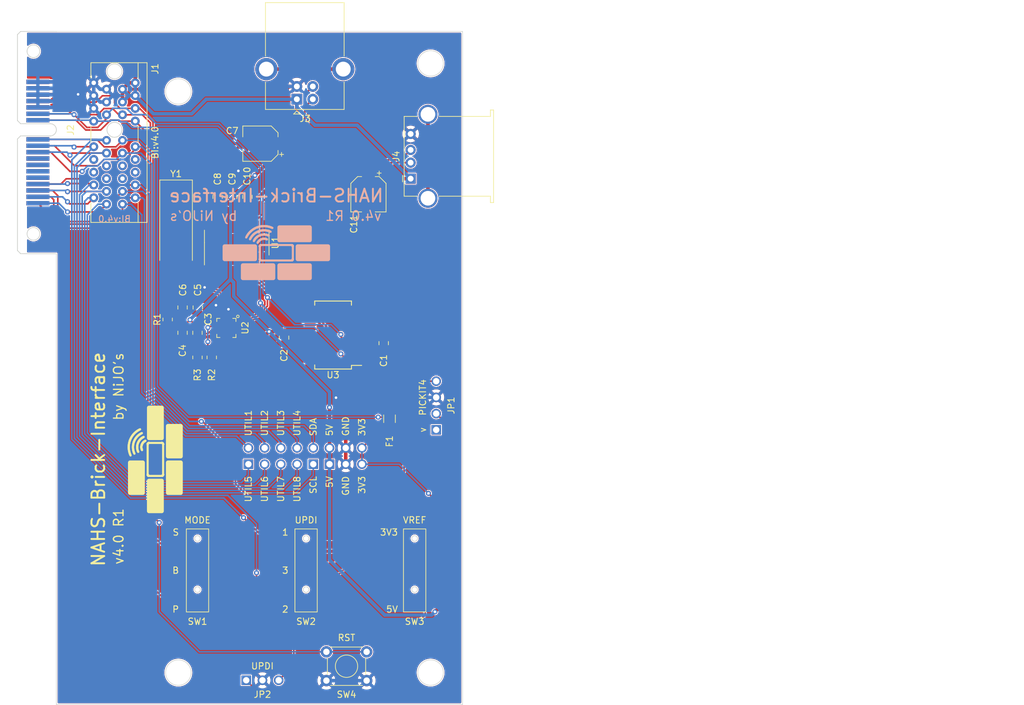
<source format=kicad_pcb>
(kicad_pcb (version 20211014) (generator pcbnew)
  (layers (0 "F.Cu" signal) (31 "B.Cu" signal) (34 "B.Paste" user) (35 "F.Paste" user) (36 "B.SilkS" user "B.Silkscreen") (37 "F.SilkS" user "F.Silkscreen") (38 "B.Mask" user) (39 "F.Mask" user) (44 "Edge.Cuts" user))
  (net 0 "")
  (net 1 "GND")
  (net 2 "Net-(C1-Pad2)")
  (net 3 "+5V")
  (net 4 "Net-(C5-Pad2)")
  (net 5 "Net-(C8-Pad1)")
  (net 6 "Net-(C9-Pad1)")
  (net 7 "+3V3")
  (net 8 "3V3_IN")
  (net 9 "UTIL5")
  (net 10 "UTIL6")
  (net 11 "UTIL7")
  (net 12 "UTIL8")
  (net 13 "SCL")
  (net 14 "UPDI2")
  (net 15 "UPDI1")
  (net 16 "RXD")
  (net 17 "TXD")
  (net 18 "UTIL1")
  (net 19 "UTIL2")
  (net 20 "UTIL3")
  (net 21 "UTIL4")
  (net 22 "SDA")
  (net 23 "UPDI3")
  (net 24 "PROG")
  (net 25 "SETUP")
  (net 26 "RST")
  (net 27 "D-")
  (net 28 "D+")
  (net 29 "unconnected-(J3-Pad5)")
  (net 30 "D-1")
  (net 31 "D+1")
  (net 32 "unconnected-(J4-Pad5)")
  (net 34 "UPDI_TV")
  (net 35 "UPDI")
  (net 36 "Net-(R1-Pad2)")
  (net 37 "Net-(R2-Pad2)")
  (net 48 "D-4")
  (net 49 "D+4")
  (net 50 "D-3")
  (net 51 "D+3")
  (net 52 "D-2")
  (net 53 "D+2")
  (net 54 "Net-(U1-Pad15)")
  (net 55 "Net-(U1-Pad16)")
  (footprint "Connector_USB:USB_A_Stewart_SS-52100-001_Horizontal" (layer "F.Cu") (at 166.3744 57.6528 90)
    (fp_text reference "J4")
    (fp_text value "TE_292303-1" hide)
  )
  (footprint "no_brick_interface:Brick_Interface_V4_iside_straddle" (layer "F.Cu") (at 108 50 90)
    (fp_text reference "J2")
    (fp_text value "Brick-Interface-V4")
    (fp_line (start -1.45 -3.2) (end -18.9 -3.2) (layer "Edge.Cuts") (width 0.12))
    (fp_line (start 15.4 -2.7) (end 15.4 2.9) (layer "Edge.Cuts") (width 0.12))
    (fp_line (start -0.95 -2.7) (end -0.95 1.95) (layer "Edge.Cuts") (width 0.12))
    (fp_line (start 1.45 -3.2) (end 14.9 -3.2) (layer "Edge.Cuts") (width 0.12))
    (fp_line (start 0.95 -2.7) (end 1.45 -3.2) (layer "Edge.Cuts") (width 0.12))
    (fp_line (start -18.9 -3.2) (end -19.4 -2.7) (layer "Edge.Cuts") (width 0.12))
    (fp_line (start 14.9 -3.2) (end 15.4 -2.7) (layer "Edge.Cuts") (width 0.12))
    (fp_line (start -19.4 -2.7) (end -19.4 2.9) (layer "Edge.Cuts") (width 0.12))
    (fp_line (start 0.95 1.95) (end 0.95 -2.7) (layer "Edge.Cuts") (width 0.12))
    (fp_line (start -1.45 -3.2) (end -0.95 -2.7) (layer "Edge.Cuts") (width 0.12))
    (fp_arc (start 0.95 1.95) (mid 0 2.9) (end -0.95 1.95) (layer "Edge.Cuts") (width 0.12))
    (fp_circle (center -16.3 -0.69) (end -15.3 -0.69) (layer "Edge.Cuts") (width 0.12) (fill none))
    (fp_circle (center 12.3 -0.69) (end 13.3 -0.69) (layer "Edge.Cuts") (width 0.12) (fill none))
  )
  (footprint "no_common:K3-2336S-F1" (layer "F.Cu") (at 167 119 90)
    (fp_text reference "SW3")
    (fp_text value "K3-2336S-F1" hide)
    (fp_circle (center -3 0) (end -2.55 0) (layer "Edge.Cuts") (width 0.12) (fill none))
    (fp_circle (center 5 0) (end 5.45 0) (layer "Edge.Cuts") (width 0.12) (fill none))
  )
  (footprint "Resistor_SMD:R_0805_2012Metric" (layer "F.Cu") (at 128.3208 79.7052 -90)
    (fp_text reference "R1")
    (fp_text value "1k" hide)
  )
  (footprint "no_brick_logo:x17mm" (layer "F.Cu") (at 126.3 101.6 90)
    (fp_text reference "LOGOF" hide)
    (fp_text value "x17mm" hide)
  )
  (footprint "Capacitor_SMD:CP_Elec_5x5.4" (layer "F.Cu") (at 159.766 60.0964 -90)
    (fp_text reference "C11")
    (fp_text value "100µF/16V" hide)
  )
  (footprint "no_common:QFN20" (layer "F.Cu") (at 137.5156 81.026 -90)
    (fp_text reference "U2")
    (fp_text value "CP2102N-A02-GQFN20R" hide)
  )
  (footprint "no_pinhd:PINHD_2X03_2.54_1mm_Round" (layer "F.Cu") (at 156.21 101.092)
    (property "Reference" "JP3")
    (property "Value" "PINHD_2X03")
    (fp_text reference "JP3" hide)
    (fp_text value "PINHD_2X03" hide)
  )
  (footprint "Capacitor_SMD:C_0805_2012Metric" (layer "F.Cu") (at 162.1536 83.4136 -90)
    (fp_text reference "C1")
    (fp_text value "100nF" hide)
  )
  (footprint "Fiducial:Fiducial_1mm_Mask2mm" (layer "F.Cu") (at 164.5 39.6)
    (fp_text reference "FID1" hide)
    (fp_text value "Fiducial_1mm_Mask2mm" hide)
  )
  (footprint "no_common:Taster_3301" (layer "F.Cu") (at 156.335 134)
    (fp_text reference "SW4")
    (fp_text value "Taster_3301" hide)
  )
  (footprint "Capacitor_SMD:C_0805_2012Metric" (layer "F.Cu") (at 146.558 82.55 90)
    (fp_text reference "C2")
    (fp_text value "100nF" hide)
  )
  (footprint "Capacitor_SMD:C_0805_2012Metric" (layer "F.Cu") (at 138.43 60.5028 90)
    (fp_text reference "C9")
    (fp_text value "10µF" hide)
  )
  (footprint "no_pinhd:PINHD_2X04_2.54_1mm_Round" (layer "F.Cu") (at 144.78 101.092)
    (property "Reference" "JP5")
    (property "Value" "PINHD_2X04")
    (fp_text reference "JP5" hide)
    (fp_text value "PINHD_2X04" hide)
  )
  (footprint "Fiducial:Fiducial_1mm_Mask2mm" (layer "F.Cu") (at 164.5 135)
    (fp_text reference "FID2" hide)
    (fp_text value "Fiducial_1mm_Mask2mm" hide)
  )
  (footprint "Capacitor_SMD:C_0805_2012Metric" (layer "F.Cu") (at 130.6576 77.8256 -90)
    (fp_text reference "C6")
    (fp_text value "4.7µF" hide)
  )
  (footprint "no_pinhd:PINHD_1X03_2.54_1mm_Round" (layer "F.Cu") (at 143.17 136.2)
    (property "Reference" "JP2")
    (property "Value" "PINHD_1X03")
    (fp_text reference "JP2")
    (fp_text value "PINHD_1X03" hide)
  )
  (footprint "Capacitor_SMD:C_0805_2012Metric" (layer "F.Cu") (at 136.144 60.5028 90)
    (fp_text reference "C8")
    (fp_text value "10µF" hide)
  )
  (footprint "Capacitor_SMD:C_0805_2012Metric" (layer "F.Cu") (at 140.8176 60.5028 90)
    (fp_text reference "C10")
    (fp_text value "10µF" hide)
  )
  (footprint "no_brick_interface:Brick_Interface_V4_iside" (layer "F.Cu") (at 120 50 90)
    (fp_text reference "J1")
    (fp_text value "Brick-Interface-V4" hide)
    (fp_circle (center 9.15 0) (end 10.325 0) (layer "Edge.Cuts") (width 0.12) (fill none))
    (fp_circle (center 0 0) (end 1.175 0) (layer "Edge.Cuts") (width 0.12) (fill none))
  )
  (footprint "Resistor_SMD:R_0805_2012Metric" (layer "F.Cu") (at 135.2296 85.6488 90)
    (fp_text reference "R2")
    (fp_text value "22k1" hide)
  )
  (footprint "no_common:K3-2336S-F1" (layer "F.Cu") (at 133 119 90)
    (fp_text reference "SW1")
    (fp_text value "K3-2336S-F1" hide)
    (fp_circle (center -3 0) (end -2.55 0) (layer "Edge.Cuts") (width 0.12) (fill none))
    (fp_circle (center 5 0) (end 5.45 0) (layer "Edge.Cuts") (width 0.12) (fill none))
  )
  (footprint "Capacitor_SMD:CP_Elec_5x5.4" (layer "F.Cu") (at 142.8496 52.1716 180)
    (fp_text reference "C7")
    (fp_text value "100µF/16V" hide)
  )
  (footprint "no_pinhd:PINHD_1X02_2.54_1mm_Round" (layer "F.Cu") (at 151.13 101.092 90)
    (property "Reference" "JP4")
    (property "Value" "PINHD_1x02")
    (fp_text reference "JP4" hide)
    (fp_text value "PINHD_1x02" hide)
  )
  (footprint "Capacitor_SMD:C_0805_2012Metric" (layer "F.Cu") (at 130.6576 81.788 90)
    (fp_text reference "C4")
    (fp_text value "4.7µF" hide)
  )
  (footprint "Crystal:Crystal_SMD_HC49-SD" (layer "F.Cu") (at 129.6416 64.5668 -90)
    (fp_text reference "Y1")
    (fp_text value "12MHz" hide)
  )
  (footprint "Package_SO:SOP-16_3.9x9.9mm_P1.27mm" (layer "F.Cu") (at 139.1412 67.6656 90)
    (fp_text reference "U1")
    (fp_text value "SL2.1A" hide)
  )
  (footprint "no_common:K3-2336S-F1" (layer "F.Cu") (at 150 119 90)
    (fp_text reference "SW2")
    (fp_text value "K3-2336S-F1" hide)
    (fp_circle (center -3 0) (end -2.55 0) (layer "Edge.Cuts") (width 0.12) (fill none))
    (fp_circle (center 5 0) (end 5.45 0) (layer "Edge.Cuts") (width 0.12) (fill none))
  )
  (footprint "Connector_USB:USB_B_OST_USB-B1HSxx_Horizontal" (layer "F.Cu") (at 148.5532 45.212 90)
    (fp_text reference "J3")
    (fp_text value "TE_292304-1" hide)
  )
  (footprint "Fuse:Fuse_1206_3216Metric" (layer "F.Cu") (at 163.068 95.25 90)
    (fp_text reference "F1")
    (fp_text value "50mA" hide)
  )
  (footprint "Capacitor_SMD:C_0805_2012Metric" (layer "F.Cu") (at 133.0452 77.8256 -90)
    (fp_text reference "C5")
    (fp_text value "100nF" hide)
  )
  (footprint "Fiducial:Fiducial_1mm_Mask2mm" (layer "F.Cu") (at 114.9 135)
    (fp_text reference "FID3" hide)
    (fp_text value "Fiducial_1mm_Mask2mm" hide)
  )
  (footprint "no_pinhd:PINHD_1X04_2.54_1mm_Round" (layer "F.Cu") (at 170.3776 93.1768 90)
    (property "Reference" "JP1")
    (property "Value" "PINHD_1X04")
    (fp_text reference "JP1")
    (fp_text value "PINHD_1X04" hide)
  )
  (footprint "Package_SO:SSOP-28_5.3x10.2mm_P0.65mm" (layer "F.Cu") (at 154.2288 82.1436 180)
    (fp_text reference "U3")
    (fp_text value "FT232RL" hide)
  )
  (footprint "Resistor_SMD:R_0805_2012Metric" (layer "F.Cu") (at 132.9944 85.6488 -90)
    (fp_text reference "R3")
    (fp_text value "47k5" hide)
  )
  (footprint "Capacitor_SMD:C_0805_2012Metric" (layer "F.Cu") (at 132.9944 81.788 90)
    (fp_text reference "C3")
    (fp_text value "100nF" hide)
  )
  (footprint "no_brick_logo:x17mm" (layer "B.Cu") (at 145.325 69.15 180)
    (fp_text reference "LOGOB" hide)
    (fp_text value "x17mm" hide)
  )
  (gr_circle (center 130 135) (end 132 135) (layer "Edge.Cuts") (width 0.1) (fill none))
  (gr_line (start 110.9 34.6) (end 174.5 34.6) (layer "Edge.Cuts") (width 0.1))
  (gr_line (start 174.5 34.6) (end 174.5 140) (layer "Edge.Cuts") (width 0.1))
  (gr_line (start 174.5 140) (end 110.9 140) (layer "Edge.Cuts") (width 0.1))
  (gr_line (start 110.9 140) (end 110.9 69.4) (layer "Edge.Cuts") (width 0.1))
  (gr_circle (center 169.5 135) (end 171.5 135) (layer "Edge.Cuts") (width 0.1) (fill none))
  (gr_circle (center 130 44) (end 132 44) (layer "Edge.Cuts") (width 0.1) (fill none))
  (gr_circle (center 169.5 39.6) (end 171.5 39.6) (layer "Edge.Cuts") (width 0.1) (fill none))
  (gr_text "NAHS-Brick-Interface" (at 145.325 60.325) (layer "B.SilkS") (effects (font (size 2 2) (thickness 0.3)) (justify mirror)))
  (gr_text "by NiJO's" (at 128.525 63.5) (layer "B.SilkS") (effects (font (size 1.5 1.5) (thickness 0.2)) (justify right mirror)))
  (gr_text "v4.0 R1" (at 161.925 63.5) (layer "B.SilkS") (effects (font (size 1.5 1.5) (thickness 0.2)) (justify left mirror)))
  (gr_text "NAHS-Brick-Interface" (at 117.475 101.6 90) (layer "F.SilkS") (effects (font (size 2 2) (thickness 0.3))))
  (gr_text "v4.0 R1" (at 120.65 118.2 90) (layer "F.SilkS") (effects (font (size 1.5 1.5) (thickness 0.2)) (justify left)))
  (gr_text "by NiJO's" (at 120.65 84.8 90) (layer "F.SilkS") (effects (font (size 1.5 1.5) (thickness 0.2)) (justify right)))
  (segment (start 147.351119 43.212) (end 148.5532 43.212) (width 0.5588) (layer "F.Cu") (net 1))
  (segment (start 163.2864 82.4636) (end 162.1536 82.4636) (width 0.5588) (layer "F.Cu") (net 1))
  (segment (start 137.7656 80.776) (end 137.7656 79.476) (width 0.254) (layer "F.Cu") (net 1))
  (segment (start 139.7 88.392) (end 143.256 91.948) (width 0.5588) (layer "F.Cu") (net 1))
  (segment (start 157.8288 82.4686) (end 162.1486 82.4686) (width 0.254) (layer "F.Cu") (net 1))
  (segment (start 129.25 117) (end 129.25 121) (width 0.5588) (layer "F.Cu") (net 1))
  (segment (start 131.318 88.2377) (end 132.9944 86.5613) (width 0.5588) (layer "F.Cu") (net 1))
  (segment (start 152.4 81.28) (end 151.8614 81.8186) (width 0.254) (layer "F.Cu") (net 1))
  (segment (start 136.639089 82.702511) (end 135.407511 82.702511) (width 0.254) (layer "F.Cu") (net 1))
  (segment (start 134.112 75.8088) (end 133.0452 76.8756) (width 0.5588) (layer "F.Cu") (net 1))
  (segment (start 140.6496 52.1716) (end 140.6496 49.913519) (width 0.5588) (layer "F.Cu") (net 1))
  (segment (start 131.572 121.92) (end 130.652 121) (width 0.5588) (layer "F.Cu") (net 1))
  (segment (start 135.213489 82.508489) (end 133.223911 82.508489) (width 0.254) (layer "F.Cu") (net 1))
  (segment (start 162.1486 82.4686) (end 162.1536 82.4636) (width 0.254) (layer "F.Cu") (net 1))
  (segment (start 131.6463 86.5613) (end 130.6576 85.5726) (width 0.5588) (layer "F.Cu") (net 1))
  (segment (start 130.142 117) (end 131.318 115.824) (width 0.5588) (layer "F.Cu") (net 1))
  (segment (start 147.4766 84.4186) (end 146.558 83.5) (width 0.254) (layer "F.Cu") (net 1))
  (segment (start 168.275 58.210022) (end 168.275 52.5534) (width 0.5588) (layer "F.Cu") (net 1))
  (segment (start 131.318 115.824) (end 131.318 88.2377) (width 0.5588) (layer "F.Cu") (net 1))
  (segment (start 144.592 83.5) (end 146.558 83.5) (width 0.5588) (layer "F.Cu") (net 1))
  (segment (start 156.21 93.472) (end 156.21 99.822) (width 0.5588) (layer "F.Cu") (net 1))
  (segment (start 139.7762 65.1656) (end 139.7762 62.9412) (width 0.5588) (layer "F.Cu") (net 1))
  (segment (start 114.95 44.45) (end 116.75 42.65) (width 0.5588) (layer "F.Cu") (net 1))
  (segment (start 150.6288 79.8686) (end 151.631822 79.8686) (width 0.254) (layer "F.Cu") (net 1))
  (segment (start 152.4 82.55) (end 152.4 81.28) (width 0.254) (layer "F.Cu") (net 1))
  (segment (start 132.9944 86.5613) (end 133.0433 86.5613) (width 0.5588) (layer "F.Cu") (net 1))
  (segment (start 140.6496 52.1716) (end 140.6496 59.3848) (width 0.5588) (layer "F.Cu") (net 1))
  (segment (start 143.256 91.948) (end 154.686 91.948) (width 0.5588) (layer "F.Cu") (net 1))
  (segment (start 152.4 82.3572) (end 152.4 82.55) (width 0.254) (layer "F.Cu") (net 1))
  (segment (start 133.0452 76.8756) (end 130.6576 76.8756) (width 0.5588) (layer "F.Cu") (net 1))
  (segment (start 151.631822 79.8686) (end 152.4 80.636778) (width 0.254) (layer "F.Cu") (net 1))
  (segment (start 150.1092 41.656) (end 152.654 41.656) (width 0.5588) (layer "F.Cu") (net 1))
  (segment (start 136.144 59.5528) (end 138.43 59.5528) (width 0.5588) (layer "F.Cu") (net 1))
  (segment (start 129.25 117) (end 130.142 117) (width 0.5588) (layer "F.Cu") (net 1))
  (segment (start 151.8614 81.8186) (end 152.4 82.3572) (width 0.254) (layer "F.Cu") (net 1))
  (segment (start 139.66368 60.70672) (end 140.8176 59.5528) (width 0.5588) (layer "F.Cu") (net 1))
  (segment (start 140.6496 59.3848) (end 140.8176 59.5528) (width 0.5588) (layer "F.Cu") (net 1))
  (segment (start 139.7 88.392) (end 144.592 83.5) (width 0.5588) (layer "F.Cu") (net 1))
  (segment (start 152.4 83.82) (end 152.4 82.55) (width 0.254) (layer "F.Cu") (net 1))
  (segment (start 130.6576 85.5726) (end 130.6576 82.738) (width 0.5588) (layer "F.Cu") (net 1))
  (segment (start 137.5156 81.026) (end 137.7656 80.776) (width 0.254) (layer "F.Cu") (net 1))
  (segment (start 136.7656 81.776) (end 137.5156 81.026) (width 0.254) (layer "F.Cu") (net 1))
  (segment (start 152.654 41.656) (end 155.6262 44.6282) (width 0.5588) (layer "F.Cu") (net 1))
  (segment (start 151.8014 84.4186) (end 152.4 83.82) (width 0.254) (layer "F.Cu") (net 1))
  (segment (start 154.686 91.948) (end 156.21 93.472) (width 0.5588) (layer "F.Cu") (net 1))
  (segment (start 135.407511 82.702511) (end 135.213489 82.508489) (width 0.254) (layer "F.Cu") (net 1))
  (segment (start 152.4 80.636778) (end 152.4 81.28) (width 0.254) (layer "F.Cu") (net 1))
  (segment (start 114.3 44.45) (end 114.95 44.45) (width 0.5588) (layer "F.Cu") (net 1))
  (segment (start 127 81.28) (end 128.458 82.738) (width 0.5588) (layer "F.Cu") (net 1))
  (segment (start 166.3744 50.6528) (end 160.3498 44.6282) (width 0.5588) (layer "F.Cu") (net 1))
  (segment (start 137.84562 78.105) (end 137.7656 78.18502) (width 0.254) (layer "F.Cu") (net 1))
  (segment (start 159.766 62.2964) (end 164.188622 62.2964) (width 0.5588) (layer "F.Cu") (net 1))
  (segment (start 130.6576 76.8756) (end 128.2294 76.8756) (width 0.5588) (layer "F.Cu") (net 1))
  (segment (start 150.6288 84.4186) (end 151.8014 84.4186) (width 0.254) (layer "F.Cu") (net 1))
  (segment (start 135.2956 76.8756) (end 133.0452 76.8756) (width 0.254) (layer "F.Cu") (net 1))
  (segment (start 127 78.105) (end 127 81.28) (width 0.5588) (layer "F.Cu") (net 1))
  (segment (start 128.458 82.738) (end 130.6576 82.738) (width 0.5588) (layer "F.Cu") (net 1))
  (segment (start 137.7656 78.18502) (end 137.7656 79.476) (width 0.254) (layer "F.Cu") (net 1))
  (segment (start 136.7656 82.576) (end 136.7656 81.776) (width 0.254) (layer "F.Cu") (net 1))
  (segment (start 140.6496 55.1844) (end 140.6496 52.1716) (width 0.5588) (layer "F.Cu") (net 1))
  (segment (start 143.17 136.2) (end 131.572 124.602) (width 0.5588) (layer "F.Cu") (net 1))
  (segment (start 135.89 77.47) (end 135.2956 76.8756) (width 0.254) (layer "F.Cu") (net 1))
  (segment (start 140.6496 49.913519) (end 147.351119 43.212) (width 0.5588) (layer "F.Cu") (net 1))
  (segment (start 131.572 124.602) (end 131.572 121.92) (width 0.5588) (layer "F.Cu") (net 1))
  (segment (start 136.7656 82.576) (end 136.639089 82.702511) (width 0.254) (layer "F.Cu") (net 1))
  (segment (start 151.8614 81.8186) (end 150.6288 81.8186) (width 0.254) (layer "F.Cu") (net 1))
  (segment (start 168.275 52.5534) (end 166.3744 50.6528) (width 0.5588) (layer "F.Cu") (net 1))
  (segment (start 150.6288 84.4186) (end 147.4766 84.4186) (width 0.254) (layer "F.Cu") (net 1))
  (segment (start 155.6262 44.6282) (end 160.3498 44.6282) (width 0.5588) (layer "F.Cu") (net 1))
  (segment (start 139.3952 56.4388) (end 140.6496 55.1844) (width 0.5588) (layer "F.Cu") (net 1))
  (segment (start 128.2294 76.8756) (end 127 78.105) (width 0.5588) (layer "F.Cu") (net 1))
  (segment (start 133.223911 82.508489) (end 132.9944 82.738) (width 0.254) (layer "F.Cu") (net 1))
  (segment (start 164.6936 83.8708) (end 163.2864 82.4636) (width 0.5588) (layer "F.Cu") (net 1))
  (segment (start 139.7762 62.9412) (end 139.66368 62.82868) (width 0.5588) (layer "F.Cu") (net 1))
  (segment (start 132.9944 86.5613) (end 131.6463 86.5613) (width 0.5588) (layer "F.Cu") (net 1))
  (segment (start 133.0433 86.5613) (end 134.874 88.392) (width 0.5588) (layer "F.Cu") (net 1))
  (segment (start 148.5532 43.212) (end 150.1092 41.656) (width 0.5588) (layer "F.Cu") (net 1))
  (segment (start 134.874 88.392) (end 139.7 88.392) (width 0.5588) (layer "F.Cu") (net 1))
  (segment (start 160.4772 91.948) (end 164.6936 87.7316) (width 0.5588) (layer "F.Cu") (net 1))
  (segment (start 138.43 59.5528) (end 140.8176 59.5528) (width 0.5588) (layer "F.Cu") (net 1))
  (segment (start 134.112 74.676) (end 134.112 75.8088) (width 0.5588) (layer "F.Cu") (net 1))
  (segment (start 132.9944 82.738) (end 130.6576 82.738) (width 0.5588) (layer "F.Cu") (net 1))
  (segment (start 154.686 91.948) (end 160.4772 91.948) (width 0.5588) (layer "F.Cu") (net 1))
  (segment (start 164.6936 87.7316) (end 164.6936 83.8708) (width 0.5588) (layer "F.Cu") (net 1))
  (segment (start 130.652 121) (end 129.25 121) (width 0.5588) (layer "F.Cu") (net 1))
  (segment (start 139.66368 62.82868) (end 139.66368 60.70672) (width 0.5588) (layer "F.Cu") (net 1))
  (segment (start 164.188622 62.2964) (end 168.275 58.210022) (width 0.5588) (layer "F.Cu") (net 1))
  (segment (start 156.21 99.822) (end 156.21 102.362) (width 0.5588) (layer "F.Cu") (net 1))
  (via (at 137.84562 78.105) (size 0.8) (drill 0.4) (layers "F.Cu" "B.Cu") (net 1))
  (via (at 135.89 77.47) (size 0.8) (drill 0.4) (layers "F.Cu" "B.Cu") (net 1))
  (via (at 139.3952 56.4388) (size 0.8) (drill 0.4) (layers "F.Cu" "B.Cu") (net 1))
  (via (at 134.112 74.676) (size 0.8) (drill 0.4) (layers "F.Cu" "B.Cu") (net 1))
  (via (at 114.3 44.45) (size 0.8) (drill 0.4) (layers "F.Cu" "B.Cu") (net 1))
  (via (at 154.686 91.948) (size 0.8) (drill 0.4) (layers "F.Cu" "B.Cu") (net 1))
  (segment (start 137.21062 77.47) (end 137.84562 78.105) (width 0.254) (layer "B.Cu") (net 1))
  (segment (start 108 44.5) (end 114.25 44.5) (width 0.5588) (layer "B.Cu") (net 1))
  (segment (start 145.004 134.366) (end 151.301 134.366) (width 0.5588) (layer "B.Cu") (net 1))
  (segment (start 108 42.5) (end 112.35 42.5) (width 0.5588) (layer "B.Cu") (net 1))
  (segment (start 108 46.5) (end 112.25 46.5) (width 0.5588) (layer "B.Cu") (net 1))
  (segment (start 117.75 43.65) (end 116.75 42.65) (width 0.5588) (layer "B.Cu") (net 1))
  (segment (start 113.25 45.5) (end 114.3 44.45) (width 0.5588) (layer "B.Cu") (net 1))
  (segment (start 139.3952 56.4388) (end 135.382 60.452) (width 0.5588) (layer "B.Cu") (net 1))
  (segment (start 112.35 42.5) (end 114.3 44.45) (width 0.5588) (layer "B.Cu") (net 1))
  (segment (start 154.7272 91.9068) (end 154.686 91.948) (width 0.5588) (layer "B.Cu") (net 1))
  (segment (start 118.11 38.1) (end 129.032 38.1) (width 0.5588) (layer "B.Cu") (net 1))
  (segment (start 113.35 43.5) (end 114.3 44.45) (width 0.5588) (layer "B.Cu") (net 1))
  (segment (start 116.75 46.65) (end 116.75 44.65) (width 0.5588) (layer "B.Cu") (net 1))
  (segment (start 135.89 77.47) (end 137.21062 77.47) (width 0.254) (layer "B.Cu") (net 1))
  (segment (start 108 45.5) (end 113.25 45.5) (width 0.5588) (layer "B.Cu") (net 1))
  (segment (start 134.144 43.212) (end 148.5532 43.212) (width 0.5588) (layer "B.Cu") (net 1))
  (segment (start 114.25 44.5) (end 114.3 44.45) (width 0.5588) (layer "B.Cu") (net 1))
  (segment (start 170.3776 91.9068) (end 154.7272 91.9068) (width 0.5588) (layer "B.Cu") (net 1))
  (segment (start 118.75 45.65) (end 117.75 45.65) (width 0.5588) (layer "B.Cu") (net 1))
  (segment (start 135.382 73.406) (end 134.112 74.676) (width 0.5588) (layer "B.Cu") (net 1))
  (segment (start 135.382 60.452) (end 135.382 73.406) (width 0.5588) (layer "B.Cu") (net 1))
  (segment (start 129.032 38.1) (end 134.144 43.212) (width 0.5588) (layer "B.Cu") (net 1))
  (segment (start 143.17 136.2) (end 145.004 134.366) (width 0.5588) (layer "B.Cu") (net 1))
  (segment (start 116.75 42.65) (end 116.75 44.65) (width 0.5588) (layer "B.Cu") (net 1))
  (segment (start 116.75 42.65) (end 116.75 39.46) (width 0.5588) (layer "B.Cu") (net 1))
  (segment (start 117.75 45.65) (end 116.75 44.65) (width 0.5588) (layer "B.Cu") (net 1))
  (segment (start 116.75 39.46) (end 118.11 38.1) (width 0.5588) (layer "B.Cu") (net 1))
  (segment (start 153.185 136.25) (end 159.485 136.25) (width 0.5588) (layer "B.Cu") (net 1))
  (segment (start 151.301 134.366) (end 153.185 136.25) (width 0.5588) (layer "B.Cu") (net 1))
  (segment (start 108 43.5) (end 113.35 43.5) (width 0.5588) (layer "B.Cu") (net 1))
  (segment (start 112.25 46.5) (end 114.3 44.45) (width 0.5588) (layer "B.Cu") (net 1))
  (segment (start 118.75 43.65) (end 117.75 43.65) (width 0.5588) (layer "B.Cu") (net 1))
  (segment (start 156.8086 84.4186) (end 157.8288 84.4186) (width 0.254) (layer "F.Cu") (net 2))
  (segment (start 151.6086 79.2186) (end 156.8086 84.4186) (width 0.254) (layer "F.Cu") (net 2))
  (segment (start 157.8288 84.4186) (end 162.0986 84.4186) (width 0.254) (layer "F.Cu") (net 2))
  (segment (start 150.6288 79.2186) (end 151.6086 79.2186) (width 0.254) (layer "F.Cu") (net 2))
  (segment (start 162.0986 84.4186) (end 162.1536 84.3636) (width 0.254) (layer "F.Cu") (net 2))
  (segment (start 123.25 42.65) (end 122.25 42.65) (width 0.5588) (layer "F.Cu") (net 3))
  (segment (start 112.075 43.5) (end 113.075 42.5) (width 0.5588) (layer "F.Cu") (net 3))
  (segment (start 170.75 124.906) (end 170.18 125.476) (width 0.5588) (layer "F.Cu") (net 3))
  (segment (start 135.2296 86.5613) (end 139.2447 86.5613) (width 0.5588) (layer "F.Cu") (net 3))
  (segment (start 108 43.5) (end 112.075 43.5) (width 0.5588) (layer "F.Cu") (net 3))
  (segment (start 132.9944 80.838) (end 132.908 80.838) (width 0.254) (layer "F.Cu") (net 3))
  (segment (start 148.5532 48.668) (end 148.5532 45.212) (width 0.5588) (layer "F.Cu") (net 3))
  (segment (start 153.67 99.822) (end 153.67 93.472) (width 0.5588) (layer "F.Cu") (net 3))
  (segment (start 145.0496 54.0864) (end 141.986 57.15) (width 0.5588) (layer "F.Cu") (net 3))
  (segment (start 132.908 80.838) (end 131.826 79.756) (width 0.254) (layer "F.Cu") (net 3))
  (segment (start 141.7472 61.4528) (end 145.0496 58.1504) (width 0.5588) (layer "F.Cu") (net 3))
  (segment (start 150.6288 81.1686) (end 146.9894 81.1686) (width 0.254) (layer "F.Cu") (net 3))
  (segment (start 140.8176 61.4528) (end 141.7472 61.4528) (width 0.5588) (layer "F.Cu") (net 3))
  (segment (start 111.075 44.5) (end 112.075 43.5) (width 0.5588) (layer "F.Cu") (net 3))
  (segment (start 108 45.5) (end 110.075 45.5) (width 0.5588) (layer "F.Cu") (net 3))
  (segment (start 110.075 45.5) (end 111.075 44.5) (width 0.5588) (layer "F.Cu") (net 3))
  (segment (start 130.744 80.838) (end 131.826 79.756) (width 0.254) (layer "F.Cu") (net 3))
  (segment (start 116.84 38.735) (end 121.285 38.735) (width 0.5588) (layer "F.Cu") (net 3))
  (segment (start 108 42.5) (end 113.075 42.5) (width 0.5588) (layer "F.Cu") (net 3))
  (segment (start 160.0096 57.6528) (end 166.3744 57.6528) (width 0.5588) (layer "F.Cu") (net 3))
  (segment (start 134.354 80.276) (end 135.9656 80.276) (width 0.254) (layer "F.Cu") (net 3))
  (segment (start 145.0496 52.1716) (end 148.5532 48.668) (width 0.5588) (layer "F.Cu") (net 3))
  (segment (start 130.6576 80.838) (end 130.744 80.838) (width 0.254) (layer "F.Cu") (net 3))
  (segment (start 121.285 38.735) (end 123.25 40.7) (width 0.5588) (layer "F.Cu") (net 3))
  (segment (start 113.075 42.5) (end 116.84 38.735) (width 0.5588) (layer "F.Cu") (net 3))
  (segment (start 145.0496 58.1504) (end 145.0496 52.1716) (width 0.5588) (layer "F.Cu") (net 3))
  (segment (start 141.0462 61.6814) (end 140.8176 61.4528) (width 0.5588) (layer "F.Cu") (net 3))
  (segment (start 141.0462 65.1656) (end 141.0462 61.6814) (width 0.5588) (layer "F.Cu") (net 3))
  (segment (start 144.206 81.6) (end 146.558 81.6) (width 0.5588) (layer "F.Cu") (net 3))
  (segment (start 122.25 42.65) (end 121.25 43.65) (width 0.5588) (layer "F.Cu") (net 3))
  (segment (start 130.6576 80.838) (end 132.9944 80.838) (width 0.254) (layer "F.Cu") (net 3))
  (segment (start 108 44.5) (end 111.075 44.5) (width 0.5588) (layer "F.Cu") (net 3))
  (segment (start 133.792 80.838) (end 134.354 80.276) (width 0.254) (layer "F.Cu") (net 3))
  (segment (start 146.9894 81.1686) (end 146.558 81.6) (width 0.254) (layer "F.Cu") (net 3))
  (segment (start 145.0496 52.1716) (end 145.0496 54.0864) (width 0.5588) (layer "F.Cu") (net 3))
  (segment (start 139.2447 86.5613) (end 144.206 81.6) (width 0.5588) (layer "F.Cu") (net 3))
  (segment (start 132.9944 80.838) (end 133.792 80.838) (width 0.254) (layer "F.Cu") (net 3))
  (segment (start 123.25 40.7) (end 123.25 42.65) (width 0.5588) (layer "F.Cu") (net 3))
  (segment (start 121.25 43.65) (end 121.25 45.65) (width 0.5588) (layer "F.Cu") (net 3))
  (segment (start 170.75 123) (end 170.75 124.906) (width 0.5588) (layer "F.Cu") (net 3))
  (segment (start 159.766 57.8964) (end 160.0096 57.6528) (width 0.5588) (layer "F.Cu") (net 3))
  (via (at 153.67 93.472) (size 0.8) (drill 0.4) (layers "F.Cu" "B.Cu") (net 3))
  (via (at 141.986 57.15) (size 0.8) (drill 0.4) (layers "F.Cu" "B.Cu") (net 3))
  (via (at 144.206 81.6) (size 0.8) (drill 0.4) (layers "F.Cu" "B.Cu") (net 3))
  (via (at 131.826 79.756) (size 0.8) (drill 0.4) (layers "F.Cu" "B.Cu") (net 3))
  (via (at 170.18 125.476) (size 0.8) (drill 0.4) (layers "F.Cu" "B.Cu") (net 3))
  (segment (start 138.176 60.96) (end 138.176 73.406) (width 0.5588) (layer "B.Cu") (net 3))
  (segment (start 151.384 49.276) (end 148.5532 46.4452) (width 0.5588) (layer "B.Cu") (net 3))
  (segment (start 138.176 73.406) (end 138.674531 73.904531) (width 0.5588) (layer "B.Cu") (net 3))
  (segment (start 132.08 47.498) (end 126.098 47.498) (width 0.5588) (layer "B.Cu") (net 3))
  (segment (start 126.098 47.498) (end 123.25 44.65) (width 0.5588) (layer "B.Cu") (net 3))
  (segment (start 134.366 45.212) (end 132.08 47.498) (width 0.5588) (layer "B.Cu") (net 3))
  (segment (start 153.67 93.472) (end 153.67 91.064) (width 0.5588) (layer "B.Cu") (net 3))
  (segment (start 141.986 57.15) (end 138.176 60.96) (width 0.5588) (layer "B.Cu") (net 3))
  (segment (start 138.674531 76.068531) (end 144.206 81.6) (width 0.5588) (layer "B.Cu") (net 3))
  (segment (start 162.306 125.984) (end 153.67 117.348) (width 0.5588) (layer "B.Cu") (net 3))
  (segment (start 153.67 117.348) (end 153.67 102.362) (width 0.5588) (layer "B.Cu") (net 3))
  (segment (start 148.5532 45.212) (end 134.366 45.212) (width 0.5588) (layer "B.Cu") (net 3))
  (segment (start 123.25 44.65) (end 122.25 44.65) (width 0.5588) (layer "B.Cu") (net 3))
  (segment (start 148.5532 46.4452) (end 148.5532 45.212) (width 0.5588) (layer "B.Cu") (net 3))
  (segment (start 169.672 125.984) (end 162.306 125.984) (width 0.5588) (layer "B.Cu") (net 3))
  (segment (start 122.25 44.65) (end 121.25 45.65) (width 0.5588) (layer "B.Cu") (net 3))
  (segment (start 153.67 91.064) (end 144.206 81.6) (width 0.5588) (layer "B.Cu") (net 3))
  (segment (start 123.25 44.65) (end 123.25 42.65) (width 0.5588) (layer "B.Cu") (net 3))
  (segment (start 157.9976 49.276) (end 151.384 49.276) (width 0.5588) (layer "B.Cu") (net 3))
  (segment (start 122.25 44.65) (end 121.25 43.65) (width 0.5588) (layer "B.Cu") (net 3))
  (segment (start 166.3744 57.6528) (end 157.9976 49.276) (width 0.5588) (layer "B.Cu") (net 3))
  (segment (start 153.67 99.822) (end 153.67 102.362) (width 0.5588) (layer "B.Cu") (net 3))
  (segment (start 138.674531 73.904531) (end 138.674531 76.068531) (width 0.5588) (layer "B.Cu") (net 3))
  (segment (start 170.18 125.476) (end 169.672 125.984) (width 0.5588) (layer "B.Cu") (net 3))
  (segment (start 138.176 73.406) (end 131.826 79.756) (width 0.5588) (layer "B.Cu") (net 3))
  (segment (start 130.6576 78.7756) (end 133.0452 78.7756) (width 0.254) (layer "F.Cu") (net 4))
  (segment (start 130.6405 78.7927) (end 130.6576 78.7756) (width 0.254) (layer "F.Cu") (net 4))
  (segment (start 128.3208 78.7927) (end 130.6405 78.7927) (width 0.254) (layer "F.Cu") (net 4))
  (segment (start 136.2656 79.776) (end 135.021 79.776) (width 0.254) (layer "F.Cu") (net 4))
  (segment (start 134.0206 78.7756) (end 133.0452 78.7756) (width 0.254) (layer "F.Cu") (net 4))
  (segment (start 135.021 79.776) (end 134.0206 78.7756) (width 0.254) (layer "F.Cu") (net 4))
  (segment (start 137.2362 63.5762) (end 136.144 62.484) (width 0.254) (layer "F.Cu") (net 5))
  (segment (start 137.2362 65.1656) (end 137.2362 63.5762) (width 0.254) (layer "F.Cu") (net 5))
  (segment (start 136.144 62.484) (end 136.144 61.4528) (width 0.254) (layer "F.Cu") (net 5))
  (segment (start 138.5062 61.529) (end 138.43 61.4528) (width 0.254) (layer "F.Cu") (net 6))
  (segment (start 138.5062 65.1656) (end 138.5062 61.529) (width 0.254) (layer "F.Cu") (net 6))
  (segment (start 170.75 108.52) (end 169.164 106.934) (width 0.254) (layer "F.Cu") (net 7))
  (segment (start 161.922 96.65) (end 163.068 96.65) (width 0.254) (layer "F.Cu") (net 7))
  (segment (start 158.75 99.822) (end 161.922 96.65) (width 0.254) (layer "F.Cu") (net 7))
  (segment (start 170.75 115) (end 170.75 108.52) (width 0.254) (layer "F.Cu") (net 7))
  (via (at 169.164 106.934) (size 0.8) (drill 0.4) (layers "F.Cu" "B.Cu") (net 7))
  (segment (start 169.164 106.934) (end 164.592 102.362) (width 0.254) (layer "B.Cu") (net 7))
  (segment (start 158.75 99.822) (end 158.75 102.362) (width 0.254) (layer "B.Cu") (net 7))
  (segment (start 164.592 102.362) (end 158.75 102.362) (width 0.254) (layer "B.Cu") (net 7))
  (segment (start 161.29 94.996) (end 161.922 94.996) (width 0.254) (layer "F.Cu") (net 8))
  (segment (start 161.922 94.996) (end 163.068 93.85) (width 0.254) (layer "F.Cu") (net 8))
  (segment (start 120.226511 52.673489) (end 121.25 51.65) (width 0.254) (layer "F.Cu") (net 8))
  (segment (start 117.219004 51.5) (end 118.392493 52.673489) (width 0.254) (layer "F.Cu") (net 8))
  (segment (start 108 51.5) (end 117.219004 51.5) (width 0.254) (layer "F.Cu") (net 8))
  (segment (start 118.392493 52.673489) (end 120.226511 52.673489) (width 0.254) (layer "F.Cu") (net 8))
  (via (at 161.29 94.996) (size 0.8) (drill 0.4) (layers "F.Cu" "B.Cu") (net 8))
  (segment (start 131.567605 94.994949) (end 141.222949 94.994949) (width 0.254) (layer "B.Cu") (net 8))
  (segment (start 121.25 51.65) (end 123.810612 51.65) (width 0.254) (layer "B.Cu") (net 8))
  (segment (start 141.224 94.996) (end 161.29 94.996) (width 0.254) (layer "B.Cu") (net 8))
  (segment (start 123.810612 51.65) (end 126.70908 54.548468) (width 0.254) (layer "B.Cu") (net 8))
  (segment (start 131.189328 94.616672) (end 131.567605 94.994949) (width 0.254) (layer "B.Cu") (net 8))
  (segment (start 126.70908 54.548468) (end 126.70908 87.63) (width 0.254) (layer "B.Cu") (net 8))
  (segment (start 126.70908 87.63) (end 126.70908 90.136424) (width 0.254) (layer "B.Cu") (net 8))
  (segment (start 126.70908 90.136424) (end 131.189328 94.616672) (width 0.254) (layer "B.Cu") (net 8))
  (segment (start 141.222949 94.994949) (end 141.224 94.996) (width 0.254) (layer "B.Cu") (net 8))
  (segment (start 112.64442 62.865) (end 117.535 62.865) (width 0.254) (layer "F.Cu") (net 9))
  (segment (start 117.535 62.865) (end 118.75 61.65) (width 0.254) (layer "F.Cu") (net 9))
  (via (at 112.64442 62.865) (size 0.8) (drill 0.4) (layers "F.Cu" "B.Cu") (net 9))
  (segment (start 111.27942 61.5) (end 112.64442 62.865) (width 0.254) (layer "B.Cu") (net 9))
  (segment (start 123.524288 105.23796) (end 139.87204 105.23796) (width 0.254) (layer "B.Cu") (net 9))
  (segment (start 140.97 104.14) (end 140.97 102.362) (width 0.254) (layer "B.Cu") (net 9))
  (segment (start 115.74204 63.32796) (end 115.74204 97.455712) (width 0.254) (layer "B.Cu") (net 9))
  (segment (start 115.74204 97.455712) (end 123.524288 105.23796) (width 0.254) (layer "B.Cu") (net 9))
  (segment (start 108 61.5) (end 111.27942 61.5) (width 0.254) (layer "B.Cu") (net 9))
  (segment (start 117.42 61.65) (end 115.74204 63.32796) (width 0.254) (layer "B.Cu") (net 9))
  (segment (start 118.75 61.65) (end 117.42 61.65) (width 0.254) (layer "B.Cu") (net 9))
  (segment (start 139.87204 105.23796) (end 140.97 104.14) (width 0.254) (layer "B.Cu") (net 9))
  (segment (start 115.805 61.595) (end 116.75 60.65) (width 0.254) (layer "F.Cu") (net 10))
  (segment (start 112.964917 61.595) (end 115.805 61.595) (width 0.254) (layer "F.Cu") (net 10))
  (segment (start 112.64442 61.274503) (end 112.964917 61.595) (width 0.254) (layer "F.Cu") (net 10))
  (via (at 112.64442 61.274503) (size 0.8) (drill 0.4) (layers "F.Cu" "B.Cu") (net 10))
  (segment (start 116.75 60.65) (end 115.88 60.65) (width 0.254) (layer "B.Cu") (net 10))
  (segment (start 112.64442 61.274503) (end 112.371428 61.001511) (width 0.254) (layer "B.Cu") (net 10))
  (segment (start 123.357144 105.64148) (end 142.00852 105.64148) (width 0.254) (layer "B.Cu") (net 10))
  (segment (start 111.967909 60.605221) (end 111.967909 60.597992) (width 0.254) (layer "B.Cu") (net 10))
  (segment (start 111.967909 60.597992) (end 111.869917 60.5) (width 0.254) (layer "B.Cu") (net 10))
  (segment (start 115.33852 61.19148) (end 115.33852 97.622856) (width 0.254) (layer "B.Cu") (net 10))
  (segment (start 111.869917 60.5) (end 108 60.5) (width 0.254) (layer "B.Cu") (net 10))
  (segment (start 115.88 60.65) (end 115.33852 61.19148) (width 0.254) (layer "B.Cu") (net 10))
  (segment (start 142.00852 105.64148) (end 143.51 104.14) (width 0.254) (layer "B.Cu") (net 10))
  (segment (start 112.371428 61.001511) (end 112.364199 61.001511) (width 0.254) (layer "B.Cu") (net 10))
  (segment (start 115.33852 97.622856) (end 123.357144 105.64148) (width 0.254) (layer "B.Cu") (net 10))
  (segment (start 143.51 104.14) (end 143.51 102.362) (width 0.254) (layer "B.Cu") (net 10))
  (segment (start 112.364199 61.001511) (end 111.967909 60.605221) (width 0.254) (layer "B.Cu") (net 10))
  (segment (start 112.68442 59.65) (end 118.75 59.65) (width 0.254) (layer "F.Cu") (net 11))
  (segment (start 112.64442 59.69) (end 112.68442 59.65) (width 0.254) (layer "F.Cu") (net 11))
  (via (at 112.64442 59.69) (size 0.8) (drill 0.4) (layers "F.Cu" "B.Cu") (net 11))
  (segment (start 123.19 106.045) (end 144.145 106.045) (width 0.254) (layer "B.Cu") (net 11))
  (segment (start 112.45442 59.5) (end 108 59.5) (width 0.254) (layer "B.Cu") (net 11))
  (segment (start 146.05 104.14) (end 146.05 102.362) (width 0.254) (layer "B.Cu") (net 11))
  (segment (start 144.145 106.045) (end 146.05 104.14) (width 0.254) (layer "B.Cu") (net 11))
  (segment (start 118.75 59.65) (end 115.61 59.65) (width 0.254) (layer "B.Cu") (net 11))
  (segment (start 112.64442 59.69) (end 112.45442 59.5) (width 0.254) (layer "B.Cu") (net 11))
  (segment (start 114.935 97.79) (end 123.19 106.045) (width 0.254) (layer "B.Cu") (net 11))
  (segment (start 115.61 59.65) (end 114.935 60.325) (width 0.254) (layer "B.Cu") (net 11))
  (segment (start 114.935 60.325) (end 114.935 97.79) (width 0.254) (layer "B.Cu") (net 11))
  (segment (start 116.52 58.42) (end 116.75 58.65) (width 0.254) (layer "F.Cu") (net 12))
  (segment (start 112.64442 58.42) (end 116.52 58.42) (width 0.254) (layer "F.Cu") (net 12))
  (via (at 112.64442 58.42) (size 0.8) (drill 0.4) (layers "F.Cu" "B.Cu") (net 12))
  (segment (start 112.56442 58.5) (end 108 58.5) (width 0.254) (layer "B.Cu") (net 12))
  (segment (start 114.53148 60.157857) (end 114.53148 97.957143) (width 0.254) (layer "B.Cu") (net 12))
  (segment (start 116.75 58.65) (end 116.039337 58.65) (width 0.254) (layer "B.Cu") (net 12))
  (segment (start 117.189668 100.615332) (end 123.022857 106.44852) (width 0.254) (layer "B.Cu") (net 12))
  (segment (start 112.64442 58.42) (end 112.56442 58.5) (width 0.254) (layer "B.Cu") (net 12))
  (segment (start 148.59 104.14) (end 148.59 102.362) (width 0.254) (layer "B.Cu") (net 12))
  (segment (start 114.53148 97.957143) (end 117.189668 100.615332) (width 0.254) (layer "B.Cu") (net 12))
  (segment (start 146.28148 106.44852) (end 148.59 104.14) (width 0.254) (layer "B.Cu") (net 12))
  (segment (start 116.039337 58.65) (end 114.53148 60.157857) (width 0.254) (layer "B.Cu") (net 12))
  (segment (start 123.022857 106.44852) (end 146.28148 106.44852) (width 0.254) (layer "B.Cu") (net 12))
  (segment (start 118.75 53.65) (end 113.355 53.65) (width 0.254) (layer "F.Cu") (net 13))
  (segment (start 113.355 53.65) (end 113.03 53.975) (width 0.254) (layer "F.Cu") (net 13))
  (via (at 113.03 53.975) (size 0.8) (drill 0.4) (layers "F.Cu" "B.Cu") (net 13))
  (segment (start 116.369004 53.65) (end 114.12796 55.891044) (width 0.254) (layer "B.Cu") (net 13))
  (segment (start 113.03 53.975) (end 112.555 53.5) (width 0.254) (layer "B.Cu") (net 13))
  (segment (start 114.12796 55.891044) (end 114.12796 98.124286) (width 0.254) (layer "B.Cu") (net 13))
  (segment (start 122.855714 106.85204) (end 148.41796 106.85204) (width 0.254) (layer "B.Cu") (net 13))
  (segment (start 114.12796 98.124286) (end 119.126836 103.123164) (width 0.254) (layer "B.Cu") (net 13))
  (segment (start 151.13 104.14) (end 151.13 102.362) (width 0.254) (layer "B.Cu") (net 13))
  (segment (start 148.41796 106.85204) (end 151.13 104.14) (width 0.254) (layer "B.Cu") (net 13))
  (segment (start 119.126836 103.123164) (end 122.855714 106.85204) (width 0.254) (layer "B.Cu") (net 13))
  (segment (start 112.555 53.5) (end 108 53.5) (width 0.254) (layer "B.Cu") (net 13))
  (segment (start 118.75 53.65) (end 116.369004 53.65) (width 0.254) (layer "B.Cu") (net 13))
  (segment (start 142.24 119.38) (end 142.24 120.65) (width 0.254) (layer "F.Cu") (net 14))
  (segment (start 113.72 52.65) (end 113.665 52.705) (width 0.254) (layer "F.Cu") (net 14))
  (segment (start 142.24 120.65) (end 144.59 123) (width 0.254) (layer "F.Cu") (net 14))
  (segment (start 116.75 52.65) (end 113.72 52.65) (width 0.254) (layer "F.Cu") (net 14))
  (segment (start 144.59 123) (end 146.25 123) (width 0.254) (layer "F.Cu") (net 14))
  (via (at 142.24 119.38) (size 0.8) (drill 0.4) (layers "F.Cu" "B.Cu") (net 14))
  (via (at 113.665 52.705) (size 0.8) (drill 0.4) (layers "F.Cu" "B.Cu") (net 14))
  (segment (start 113.46 52.5) (end 108 52.5) (width 0.254) (layer "B.Cu") (net 14))
  (segment (start 113.72444 98.29143) (end 122.688571 107.25556) (width 0.254) (layer "B.Cu") (net 14))
  (segment (start 122.688571 107.25556) (end 136.07644 107.25556) (width 0.254) (layer "B.Cu") (net 14))
  (segment (start 142.24 111.76) (end 142.24 119.38) (width 0.254) (layer "B.Cu") (net 14))
  (segment (start 136.07644 107.25556) (end 137.73556 107.25556) (width 0.254) (layer "B.Cu") (net 14))
  (segment (start 137.73556 107.25556) (end 140.97 110.49) (width 0.254) (layer "B.Cu") (net 14))
  (segment (start 140.97 110.49) (end 142.24 111.76) (width 0.254) (layer "B.Cu") (net 14))
  (segment (start 113.72444 55.67556) (end 113.72444 98.29143) (width 0.254) (layer "B.Cu") (net 14))
  (segment (start 113.665 52.705) (end 113.46 52.5) (width 0.254) (layer "B.Cu") (net 14))
  (segment (start 116.75 52.65) (end 113.72444 55.67556) (width 0.254) (layer "B.Cu") (net 14))
  (segment (start 144.464 115) (end 146.25 115) (width 0.254) (layer "F.Cu") (net 15))
  (segment (start 140.208 110.744) (end 144.464 115) (width 0.254) (layer "F.Cu") (net 15))
  (via (at 140.208 110.744) (size 0.8) (drill 0.4) (layers "F.Cu" "B.Cu") (net 15))
  (segment (start 113.32092 54.698084) (end 113.32092 98.458574) (width 0.254) (layer "B.Cu") (net 15))
  (segment (start 135.89 107.65908) (end 137.12308 107.65908) (width 0.254) (layer "B.Cu") (net 15))
  (segment (start 113.32092 98.458574) (end 122.521428 107.65908) (width 0.254) (layer "B.Cu") (net 15))
  (segment (start 118.6 51.5) (end 118.75 51.65) (width 0.254) (layer "B.Cu") (net 15))
  (segment (start 118.75 51.65) (end 116.369004 51.65) (width 0.254) (layer "B.Cu") (net 15))
  (segment (start 116.369004 51.65) (end 113.32092 54.698084) (width 0.254) (layer "B.Cu") (net 15))
  (segment (start 137.12308 107.65908) (end 140.208 110.744) (width 0.254) (layer "B.Cu") (net 15))
  (segment (start 122.521428 107.65908) (end 135.89 107.65908) (width 0.254) (layer "B.Cu") (net 15))
  (segment (start 108 51.5) (end 118.6 51.5) (width 0.254) (layer "B.Cu") (net 15))
  (segment (start 155.448 85.09) (end 156.7266 86.3686) (width 0.254) (layer "F.Cu") (net 16))
  (segment (start 142.8496 77.1144) (end 142.8496 78.1304) (width 0.254) (layer "F.Cu") (net 16))
  (segment (start 142.8496 78.1304) (end 139.704 81.276) (width 0.254) (layer "F.Cu") (net 16))
  (segment (start 156.7266 86.3686) (end 157.8288 86.3686) (width 0.254) (layer "F.Cu") (net 16))
  (segment (start 139.704 81.276) (end 139.0656 81.276) (width 0.254) (layer "F.Cu") (net 16))
  (via (at 155.448 85.09) (size 0.8) (drill 0.4) (layers "F.Cu" "B.Cu") (net 16))
  (via (at 142.8496 77.1144) (size 0.8) (drill 0.4) (layers "F.Cu" "B.Cu") (net 16))
  (segment (start 146.65672 80.92152) (end 142.8496 77.1144) (width 0.254) (layer "B.Cu") (net 16))
  (segment (start 142.85248 56.047144) (end 136.230856 49.42552) (width 0.254) (layer "B.Cu") (net 16))
  (segment (start 142.85248 77.11152) (end 142.85248 56.047144) (width 0.254) (layer "B.Cu") (net 16))
  (segment (start 119.487381 48.495448) (end 119.332829 48.65) (width 0.254) (layer "B.Cu") (net 16))
  (segment (start 147.17048 80.92152) (end 151.27952 80.92152) (width 0.254) (layer "B.Cu") (net 16))
  (segment (start 120.987004 48.768) (end 120.714452 48.495448) (width 0.254) (layer "B.Cu") (net 16))
  (segment (start 126.746 49.42552) (end 126.545009 49.626511) (width 0.254) (layer "B.Cu") (net 16))
  (segment (start 108 48.5) (end 116.6 48.5) (width 0.254) (layer "B.Cu") (net 16))
  (segment (start 122.778511 49.626511) (end 121.92 48.768) (width 0.254) (layer "B.Cu") (net 16))
  (segment (start 121.92 48.768) (end 120.987004 48.768) (width 0.254) (layer "B.Cu") (net 16))
  (segment (start 136.230856 49.42552) (end 126.746 49.42552) (width 0.254) (layer "B.Cu") (net 16))
  (segment (start 126.545009 49.626511) (end 122.778511 49.626511) (width 0.254) (layer "B.Cu") (net 16))
  (segment (start 147.17048 80.92152) (end 146.65672 80.92152) (width 0.254) (layer "B.Cu") (net 16))
  (segment (start 120.714452 48.495448) (end 119.487381 48.495448) (width 0.254) (layer "B.Cu") (net 16))
  (segment (start 116.6 48.5) (end 116.75 48.65) (width 0.254) (layer "B.Cu") (net 16))
  (segment (start 142.8496 77.1144) (end 142.85248 77.11152) (width 0.254) (layer "B.Cu") (net 16))
  (segment (start 151.27952 80.92152) (end 155.448 85.09) (width 0.254) (layer "B.Cu") (net 16))
  (segment (start 119.332829 48.65) (end 116.75 48.65) (width 0.254) (layer "B.Cu") (net 16))
  (segment (start 156.825778 83.7686) (end 157.8288 83.7686) (width 0.254) (layer "F.Cu") (net 17))
  (segment (start 115.666511 49.626511) (end 117.378489 49.626511) (width 0.254) (layer "F.Cu") (net 17))
  (segment (start 143.95281 76.26519) (end 143.95281 77.597853) (width 0.254) (layer "F.Cu") (net 17))
  (segment (start 155.448 82.042) (end 155.448 82.390822) (width 0.254) (layer "F.Cu") (net 17))
  (segment (start 139.774663 81.776) (end 139.0656 81.776) (width 0.254) (layer "F.Cu") (net 17))
  (segment (start 143.95281 77.597853) (end 139.774663 81.776) (width 0.254) (layer "F.Cu") (net 17))
  (segment (start 117.378489 49.626511) (end 118.75 48.255) (width 0.254) (layer "F.Cu") (net 17))
  (segment (start 118.75 48.255) (end 118.75 47.65) (width 0.254) (layer "F.Cu") (net 17))
  (segment (start 155.448 82.390822) (end 156.825778 83.7686) (width 0.254) (layer "F.Cu") (net 17))
  (segment (start 113.665 47.625) (end 115.666511 49.626511) (width 0.254) (layer "F.Cu") (net 17))
  (via (at 143.95281 76.26519) (size 0.8) (drill 0.4) (layers "F.Cu" "B.Cu") (net 17))
  (via (at 155.448 82.042) (size 0.8) (drill 0.4) (layers "F.Cu" "B.Cu") (net 17))
  (via (at 113.665 47.625) (size 0.8) (drill 0.4) (layers "F.Cu" "B.Cu") (net 17))
  (segment (start 125.096511 47.626511) (end 122.845515 47.626511) (width 0.254) (layer "B.Cu") (net 17))
  (segment (start 143.95281 76.26519) (end 143.256 75.56838) (width 0.254) (layer "B.Cu") (net 17))
  (segment (start 119.773489 46.626511) (end 118.75 47.65) (width 0.254) (layer "B.Cu") (net 17))
  (segment (start 148.20562 80.518) (end 143.95281 76.26519) (width 0.254) (layer "B.Cu") (net 17))
  (segment (start 126.492 49.022) (end 125.096511 47.626511) (width 0.254) (layer "B.Cu") (net 17))
  (segment (start 153.924 80.518) (end 155.448 82.042) (width 0.254) (layer "B.Cu") (net 17))
  (segment (start 121.845515 46.626511) (end 119.773489 46.626511) (width 0.254) (layer "B.Cu") (net 17))
  (segment (start 149.098 80.518) (end 148.20562 80.518) (width 0.254) (layer "B.Cu") (net 17))
  (segment (start 122.845515 47.626511) (end 121.845515 46.626511) (width 0.254) (layer "B.Cu") (net 17))
  (segment (start 136.398 49.022) (end 126.492 49.022) (width 0.254) (layer "B.Cu") (net 17))
  (segment (start 108 47.5) (end 113.54 47.5) (width 0.254) (layer "B.Cu") (net 17))
  (segment (start 143.256 55.88) (end 136.398 49.022) (width 0.254) (layer "B.Cu") (net 17))
  (segment (start 149.098 80.518) (end 153.924 80.518) (width 0.254) (layer "B.Cu") (net 17))
  (segment (start 113.54 47.5) (end 113.665 47.625) (width 0.254) (layer "B.Cu") (net 17))
  (segment (start 143.256 75.56838) (end 143.256 55.88) (width 0.254) (layer "B.Cu") (net 17))
  (segment (start 118.4375 65.405) (end 121.25 62.5925) (width 0.254) (layer "F.Cu") (net 18))
  (segment (start 121.25 62.5925) (end 121.25 61.65) (width 0.254) (layer "F.Cu") (net 18))
  (segment (start 108 61.5) (end 111.905 65.405) (width 0.254) (layer "F.Cu") (net 18))
  (segment (start 111.905 65.405) (end 118.4375 65.405) (width 0.254) (layer "F.Cu") (net 18))
  (segment (start 139.11004 97.96204) (end 140.97 99.822) (width 0.254) (layer "B.Cu") (net 18))
  (segment (start 124.28796 63.32796) (end 124.28796 91.139286) (width 0.254) (layer "B.Cu") (net 18))
  (segment (start 124.28796 91.139286) (end 131.110714 97.96204) (width 0.254) (layer "B.Cu") (net 18))
  (segment (start 131.110714 97.96204) (end 139.11004 97.96204) (width 0.254) (layer "B.Cu") (net 18))
  (segment (start 121.25 61.65) (end 122.61 61.65) (width 0.254) (layer "B.Cu") (net 18))
  (segment (start 122.61 61.65) (end 124.28796 63.32796) (width 0.254) (layer "B.Cu") (net 18))
  (segment (start 110.49 63.419336) (end 111.840664 64.77) (width 0.254) (layer "F.Cu") (net 19))
  (segment (start 108 60.5) (end 110.03 60.5) (width 0.254) (layer "F.Cu") (net 19))
  (segment (start 118.501836 64.77) (end 120.273489 62.998347) (width 0.254) (layer "F.Cu") (net 19))
  (segment (start 120.273489 62.998347) (end 120.273489 61.245515) (width 0.254) (layer "F.Cu") (net 19))
  (segment (start 121.285 60.673489) (end 121.308489 60.65) (width 0.254) (layer "F.Cu") (net 19))
  (segment (start 120.273489 61.245515) (end 120.845515 60.673489) (width 0.254) (layer "F.Cu") (net 19))
  (segment (start 120.845515 60.673489) (end 121.285 60.673489) (width 0.254) (layer "F.Cu") (net 19))
  (segment (start 111.840664 64.77) (end 118.501836 64.77) (width 0.254) (layer "F.Cu") (net 19))
  (segment (start 110.03 60.5) (end 110.49 60.96) (width 0.254) (layer "F.Cu") (net 19))
  (segment (start 110.49 60.96) (end 110.49 63.419336) (width 0.254) (layer "F.Cu") (net 19))
  (segment (start 121.308489 60.65) (end 123.25 60.65) (width 0.254) (layer "F.Cu") (net 19))
  (segment (start 124.69148 90.972143) (end 130.524668 96.805332) (width 0.254) (layer "B.Cu") (net 19))
  (segment (start 142.00852 97.55852) (end 143.51 99.06) (width 0.254) (layer "B.Cu") (net 19))
  (segment (start 124.38148 60.65) (end 124.69148 60.96) (width 0.254) (layer "B.Cu") (net 19))
  (segment (start 123.25 60.65) (end 124.38148 60.65) (width 0.254) (layer "B.Cu") (net 19))
  (segment (start 131.277857 97.55852) (end 142.00852 97.55852) (width 0.254) (layer "B.Cu") (net 19))
  (segment (start 143.51 99.06) (end 143.51 99.822) (width 0.254) (layer "B.Cu") (net 19))
  (segment (start 130.524668 96.805332) (end 131.277857 97.55852) (width 0.254) (layer "B.Cu") (net 19))
  (segment (start 124.69148 60.96) (end 124.69148 90.972143) (width 0.254) (layer "B.Cu") (net 19))
  (segment (start 110.3 59.5) (end 111.125 60.325) (width 0.254) (layer "F.Cu") (net 20))
  (segment (start 119.869969 61.030031) (end 121.25 59.65) (width 0.254) (layer "F.Cu") (net 20))
  (segment (start 112.007808 64.36648) (end 118.334692 64.36648) (width 0.254) (layer "F.Cu") (net 20))
  (segment (start 119.869969 62.831203) (end 119.869969 61.030031) (width 0.254) (layer "F.Cu") (net 20))
  (segment (start 108 59.5) (end 110.3 59.5) (width 0.254) (layer "F.Cu") (net 20))
  (segment (start 111.125 63.483672) (end 112.007808 64.36648) (width 0.254) (layer "F.Cu") (net 20))
  (segment (start 118.334692 64.36648) (end 119.869969 62.831203) (width 0.254) (layer "F.Cu") (net 20))
  (segment (start 111.125 60.325) (end 111.125 63.483672) (width 0.254) (layer "F.Cu") (net 20))
  (segment (start 131.445 97.155) (end 144.145 97.155) (width 0.254) (layer "B.Cu") (net 20))
  (segment (start 146.05 99.06) (end 146.05 99.822) (width 0.254) (layer "B.Cu") (net 20))
  (segment (start 125.095 90.805) (end 131.445 97.155) (width 0.254) (layer "B.Cu") (net 20))
  (segment (start 144.145 97.155) (end 146.05 99.06) (width 0.254) (layer "B.Cu") (net 20))
  (segment (start 124.42 59.65) (end 125.095 60.325) (width 0.254) (layer "B.Cu") (net 20))
  (segment (start 121.25 59.65) (end 124.42 59.65) (width 0.254) (layer "B.Cu") (net 20))
  (segment (start 125.095 60.325) (end 125.095 90.805) (width 0.254) (layer "B.Cu") (net 20))
  (segment (start 112.434199 57.673489) (end 117.363489 57.673489) (width 0.254) (layer "F.Cu") (net 21))
  (segment (start 108 58.5) (end 111.607688 58.5) (width 0.254) (layer "F.Cu") (net 21))
  (segment (start 118.34 58.65) (end 123.25 58.65) (width 0.254) (layer "F.Cu") (net 21))
  (segment (start 111.607688 58.5) (end 112.434199 57.673489) (width 0.254) (layer "F.Cu") (net 21))
  (segment (start 117.363489 57.673489) (end 118.34 58.65) (width 0.254) (layer "F.Cu") (net 21))
  (segment (start 125.49852 60.157857) (end 125.49852 90.637856) (width 0.254) (layer "B.Cu") (net 21))
  (segment (start 131.612144 96.75148) (end 146.91648 96.75148) (width 0.254) (layer "B.Cu") (net 21))
  (segment (start 125.49852 90.637856) (end 131.612144 96.75148) (width 0.254) (layer "B.Cu") (net 21))
  (segment (start 148.59 98.425) (end 148.59 99.822) (width 0.254) (layer "B.Cu") (net 21))
  (segment (start 123.990664 58.65) (end 125.49852 60.157857) (width 0.254) (layer "B.Cu") (net 21))
  (segment (start 123.25 58.65) (end 123.990664 58.65) (width 0.254) (layer "B.Cu") (net 21))
  (segment (start 146.91648 96.75148) (end 148.59 98.425) (width 0.254) (layer "B.Cu") (net 21))
  (segment (start 108 53.5) (end 110.015 53.5) (width 0.254) (layer "F.Cu") (net 22))
  (segment (start 110.015 53.5) (end 112.395 55.88) (width 0.254) (layer "F.Cu") (net 22))
  (segment (start 113.03 56.515) (end 114.935 56.515) (width 0.254) (layer "F.Cu") (net 22))
  (segment (start 112.395 55.88) (end 113.03 56.515) (width 0.254) (layer "F.Cu") (net 22))
  (via (at 114.935 56.515) (size 0.8) (drill 0.4) (layers "F.Cu" "B.Cu") (net 22))
  (segment (start 118.392493 54.626511) (end 120.273489 54.626511) (width 0.254) (layer "B.Cu") (net 22))
  (segment (start 117.345515 55.673489) (end 118.392493 54.626511) (width 0.254) (layer "B.Cu") (net 22))
  (segment (start 120.273489 54.626511) (end 121.25 53.65) (width 0.254) (layer "B.Cu") (net 22))
  (segment (start 115.776511 55.673489) (end 117.345515 55.673489) (width 0.254) (layer "B.Cu") (net 22))
  (segment (start 125.90204 90.470712) (end 131.779288 96.34796) (width 0.254) (layer "B.Cu") (net 22))
  (segment (start 149.68796 96.34796) (end 151.13 97.79) (width 0.254) (layer "B.Cu") (net 22))
  (segment (start 125.90204 55.41704) (end 125.90204 90.470712) (width 0.254) (layer "B.Cu") (net 22))
  (segment (start 131.779288 96.34796) (end 149.68796 96.34796) (width 0.254) (layer "B.Cu") (net 22))
  (segment (start 114.935 56.515) (end 115.776511 55.673489) (width 0.254) (layer "B.Cu") (net 22))
  (segment (start 124.135 53.65) (end 125.90204 55.41704) (width 0.254) (layer "B.Cu") (net 22))
  (segment (start 151.13 97.79) (end 151.13 99.822) (width 0.254) (layer "B.Cu") (net 22))
  (segment (start 121.25 53.65) (end 124.135 53.65) (width 0.254) (layer "B.Cu") (net 22))
  (segment (start 149.352 110.236) (end 151.638 112.522) (width 0.254) (layer "F.Cu") (net 23))
  (segment (start 117.392493 55.626511) (end 118.392493 54.626511) (width 0.254) (layer "F.Cu") (net 23))
  (segment (start 123.25 53.030996) (end 123.25 52.65) (width 0.254) (layer "F.Cu") (net 23))
  (segment (start 138.938 105.41) (end 143.764 110.236) (width 0.254) (layer "F.Cu") (net 23))
  (segment (start 143.764 110.236) (end 149.352 110.236) (width 0.254) (layer "F.Cu") (net 23))
  (segment (start 133.604 95.67146) (end 133.77146 95.67146) (width 0.254) (layer "F.Cu") (net 23))
  (segment (start 110.598268 52.5) (end 113.724779 55.626511) (width 0.254) (layer "F.Cu") (net 23))
  (segment (start 121.654485 54.626511) (end 123.25 53.030996) (width 0.254) (layer "F.Cu") (net 23))
  (segment (start 152.56 117) (end 153.75 117) (width 0.254) (layer "F.Cu") (net 23))
  (segment (start 113.724779 55.626511) (end 117.392493 55.626511) (width 0.254) (layer "F.Cu") (net 23))
  (segment (start 118.392493 54.626511) (end 121.654485 54.626511) (width 0.254) (layer "F.Cu") (net 23))
  (segment (start 151.638 112.522) (end 151.638 116.078) (width 0.254) (layer "F.Cu") (net 23))
  (segment (start 151.638 116.078) (end 152.56 117) (width 0.254) (layer "F.Cu") (net 23))
  (segment (start 133.77146 95.67146) (end 138.938 100.838) (width 0.254) (layer "F.Cu") (net 23))
  (segment (start 108 52.5) (end 110.598268 52.5) (width 0.254) (layer "F.Cu") (net 23))
  (segment (start 138.938 100.838) (end 138.938 105.41) (width 0.254) (layer "F.Cu") (net 23))
  (via (at 133.604 95.67146) (size 0.8) (drill 0.4) (layers "F.Cu" "B.Cu") (net 23))
  (segment (start 126.30556 90.303568) (end 127.982996 91.981004) (width 0.254) (layer "B.Cu") (net 23))
  (segment (start 124.239949 52.65) (end 126.30556 54.715611) (width 0.254) (layer "B.Cu") (net 23))
  (segment (start 123.25 52.65) (end 124.239949 52.65) (width 0.254) (layer "B.Cu") (net 23))
  (segment (start 126.30556 54.715611) (end 126.30556 88.265) (width 0.254) (layer "B.Cu") (net 23))
  (segment (start 131.673452 95.67146) (end 133.604 95.67146) (width 0.254) (layer "B.Cu") (net 23))
  (segment (start 126.30556 88.265) (end 126.30556 90.303568) (width 0.254) (layer "B.Cu") (net 23))
  (segment (start 127.982996 91.981004) (end 131.673452 95.67146) (width 0.254) (layer "B.Cu") (net 23))
  (segment (start 125.222 120.904) (end 127.318 123) (width 0.254) (layer "F.Cu") (net 24))
  (segment (start 123.25 48.65) (end 125.222 50.622) (width 0.254) (layer "F.Cu") (net 24))
  (segment (start 125.222 50.622) (end 125.222 120.904) (width 0.254) (layer "F.Cu") (net 24))
  (segment (start 108 48.5) (end 113.969336 48.5) (width 0.254) (layer "F.Cu") (net 24))
  (segment (start 117.836376 50.030031) (end 119.370959 48.495448) (width 0.254) (layer "F.Cu") (net 24))
  (segment (start 120.566204 48.495448) (end 120.720756 48.65) (width 0.254) (layer "F.Cu") (net 24))
  (segment (start 113.969336 48.5) (end 115.499368 50.030031) (width 0.254) (layer "F.Cu") (net 24))
  (segment (start 115.499368 50.030031) (end 117.836376 50.030031) (width 0.254) (layer "F.Cu") (net 24))
  (segment (start 120.720756 48.65) (end 123.25 48.65) (width 0.254) (layer "F.Cu") (net 24))
  (segment (start 119.370959 48.495448) (end 120.566204 48.495448) (width 0.254) (layer "F.Cu") (net 24))
  (segment (start 127.318 123) (end 129.25 123) (width 0.254) (layer "F.Cu") (net 24))
  (segment (start 125.62552 113.17952) (end 127.446 115) (width 0.254) (layer "F.Cu") (net 25))
  (segment (start 127.446 115) (end 129.25 115) (width 0.254) (layer "F.Cu") (net 25))
  (segment (start 117.392493 47.626511) (end 118.345515 46.673489) (width 0.254) (layer "F.Cu") (net 25))
  (segment (start 114.893489 46.948489) (end 115.571511 47.626511) (width 0.254) (layer "F.Cu") (net 25))
  (segment (start 120.675 47.65) (end 121.25 47.65) (width 0.254) (layer "F.Cu") (net 25))
  (segment (start 113.384779 46.948489) (end 114.893489 46.948489) (width 0.254) (layer "F.Cu") (net 25))
  (segment (start 119.698489 46.673489) (end 120.675 47.65) (width 0.254) (layer "F.Cu") (net 25))
  (segment (start 121.25 47.65) (end 124.358 47.65) (width 0.254) (layer "F.Cu") (net 25))
  (segment (start 112.833268 47.5) (end 113.384779 46.948489) (width 0.254) (layer "F.Cu") (net 25))
  (segment (start 115.571511 47.626511) (end 117.392493 47.626511) (width 0.254) (layer "F.Cu") (net 25))
  (segment (start 125.62552 48.91752) (end 125.62552 113.17952) (width 0.254) (layer "F.Cu") (net 25))
  (segment (start 124.358 47.65) (end 125.62552 48.91752) (width 0.254) (layer "F.Cu") (net 25))
  (segment (start 108 47.5) (end 112.833268 47.5) (width 0.254) (layer "F.Cu") (net 25))
  (segment (start 118.345515 46.673489) (end 119.698489 46.673489) (width 0.254) (layer "F.Cu") (net 25))
  (segment (start 114.79 46.5) (end 115.616511 45.673489) (width 0.254) (layer "F.Cu") (net 26))
  (segment (start 119.603489 44.673489) (end 120.015 45.085) (width 0.254) (layer "F.Cu") (net 26))
  (segment (start 120.869004 46.65) (end 123.25 46.65) (width 0.254) (layer "F.Cu") (net 26))
  (segment (start 123.928664 46.65) (end 123.25 46.65) (width 0.254) (layer "F.Cu") (net 26))
  (segment (start 115.616511 45.673489) (end 117.107507 45.673489) (width 0.254) (layer "F.Cu") (net 26))
  (segment (start 108 46.5) (end 114.79 46.5) (width 0.254) (layer "F.Cu") (net 26))
  (segment (start 126.02904 48.750377) (end 123.928664 46.65) (width 0.254) (layer "F.Cu") (net 26))
  (segment (start 120.015 45.795996) (end 120.869004 46.65) (width 0.254) (layer "F.Cu") (net 26))
  (segment (start 127 111.506) (end 126.02904 110.53504) (width 0.254) (layer "F.Cu") (net 26))
  (segment (start 117.107507 45.673489) (end 118.107507 44.673489) (width 0.254) (layer "F.Cu") (net 26))
  (segment (start 118.107507 44.673489) (end 119.603489 44.673489) (width 0.254) (layer "F.Cu") (net 26))
  (segment (start 120.015 45.085) (end 120.015 45.795996) (width 0.254) (layer "F.Cu") (net 26))
  (segment (start 126.02904 110.53504) (end 126.02904 48.750377) (width 0.254) (layer "F.Cu") (net 26))
  (via (at 127 111.506) (size 0.8) (drill 0.4) (layers "F.Cu" "B.Cu") (net 26))
  (segment (start 133.274 131.75) (end 153.185 131.75) (width 0.254) (layer "B.Cu") (net 26))
  (segment (start 127 111.506) (end 127 125.476) (width 0.254) (layer "B.Cu") (net 26))
  (segment (start 153.185 131.75) (end 159.485 131.75) (width 0.254) (layer "B.Cu") (net 26))
  (segment (start 127 125.476) (end 133.274 131.75) (width 0.254) (layer "B.Cu") (net 26))
  (segment (start 143.5862 61.454463) (end 143.5862 65.1656) (width 0.254) (layer "F.Cu") (net 27))
  (segment (start 150.26352 54.777144) (end 150.027143 55.01352) (width 0.254) (layer "F.Cu") (net 27))
  (segment (start 151.0532 45.212) (end 150.26352 46.00168) (width 0.254) (layer "F.Cu") (net 27))
  (segment (start 150.027143 55.01352) (end 143.5862 61.454463) (width 0.254) (layer "F.Cu") (net 27))
  (segment (start 150.26352 46.00168) (end 150.26352 54.777144) (width 0.254) (layer "F.Cu") (net 27))
  (segment (start 149.8092 44.456) (end 149.8092 54.6354) (width 0.254) (layer "F.Cu") (net 28))
  (segment (start 143.1544 61.2902) (end 143.1544 63.2206) (width 0.254) (layer "F.Cu") (net 28))
  (segment (start 151.0532 43.212) (end 149.8092 44.456) (width 0.254) (layer "F.Cu") (net 28))
  (segment (start 149.8092 54.6354) (end 143.1544 61.2902) (width 0.254) (layer "F.Cu") (net 28))
  (segment (start 143.1544 63.2206) (end 142.3162 64.0588) (width 0.254) (layer "F.Cu") (net 28))
  (segment (start 142.3162 64.0588) (end 142.3162 65.1656) (width 0.254) (layer "F.Cu") (net 28))
  (segment (start 155.8232 40.502) (end 143.7832 40.502) (width 0.5588) (layer "F.Cu") (net 29))
  (segment (start 142.3162 71.766864) (end 142.3162 70.1656) (width 0.254) (layer "F.Cu") (net 30))
  (segment (start 146.05 66.675) (end 146.05 72.325664) (width 0.254) (layer "F.Cu") (net 30))
  (segment (start 157.5722 55.1528) (end 146.05 66.675) (width 0.254) (layer "F.Cu") (net 30))
  (segment (start 143.977856 73.42852) (end 142.3162 71.766864) (width 0.254) (layer "F.Cu") (net 30))
  (segment (start 144.947144 73.42852) (end 143.977856 73.42852) (width 0.254) (layer "F.Cu") (net 30))
  (segment (start 146.05 72.325664) (end 144.947144 73.42852) (width 0.254) (layer "F.Cu") (net 30))
  (segment (start 166.3744 55.1528) (end 157.5722 55.1528) (width 0.254) (layer "F.Cu") (net 30))
  (segment (start 145.5928 66.548) (end 145.5928 72.1741) (width 0.254) (layer "F.Cu") (net 31))
  (segment (start 157.4292 54.7116) (end 145.5928 66.548) (width 0.254) (layer "F.Cu") (net 31))
  (segment (start 166.3744 53.1528) (end 164.8156 54.7116) (width 0.254) (layer "F.Cu") (net 31))
  (segment (start 144.1704 72.9996) (end 143.5862 72.4154) (width 0.254) (layer "F.Cu") (net 31))
  (segment (start 143.5862 72.4154) (end 143.5862 70.1656) (width 0.254) (layer "F.Cu") (net 31))
  (segment (start 145.5928 72.1741) (end 144.7673 72.9996) (width 0.254) (layer "F.Cu") (net 31))
  (segment (start 164.8156 54.7116) (end 157.4292 54.7116) (width 0.254) (layer "F.Cu") (net 31))
  (segment (start 144.7673 72.9996) (end 144.1704 72.9996) (width 0.254) (layer "F.Cu") (net 31))
  (segment (start 169.0844 47.5828) (end 169.0844 60.7228) (width 0.5588) (layer "F.Cu") (net 32))
  (segment (start 170.75 121) (end 170.75 117) (width 0.254) (layer "F.Cu") (net 34))
  (segment (start 142.352 137.922) (end 160.274 137.922) (width 0.254) (layer "F.Cu") (net 34))
  (segment (start 170.338 121) (end 170.75 121) (width 0.254) (layer "F.Cu") (net 34))
  (segment (start 168.656 125.984) (end 168.656 122.682) (width 0.254) (layer "F.Cu") (net 34))
  (segment (start 162.052 136.144) (end 162.052 132.588) (width 0.254) (layer "F.Cu") (net 34))
  (segment (start 162.052 132.588) (end 168.656 125.984) (width 0.254) (layer "F.Cu") (net 34))
  (segment (start 168.656 122.682) (end 170.338 121) (width 0.254) (layer "F.Cu") (net 34))
  (segment (start 170.75 117) (end 172.466 115.284) (width 0.254) (layer "F.Cu") (net 34))
  (segment (start 140.63 136.2) (end 142.352 137.922) (width 0.254) (layer "F.Cu") (net 34))
  (segment (start 172.466 96.5352) (end 170.3776 94.4468) (width 0.254) (layer "F.Cu") (net 34))
  (segment (start 172.466 115.284) (end 172.466 96.5352) (width 0.254) (layer "F.Cu") (net 34))
  (segment (start 160.274 137.922) (end 162.052 136.144) (width 0.254) (layer "F.Cu") (net 34))
  (segment (start 147.224 121) (end 146.25 121) (width 0.254) (layer "F.Cu") (net 35))
  (segment (start 165.354 92.71) (end 168.6972 89.3668) (width 0.254) (layer "F.Cu") (net 35))
  (segment (start 153.75 121) (end 165.354 109.396) (width 0.254) (layer "F.Cu") (net 35))
  (segment (start 147.828 120.396) (end 147.224 121) (width 0.254) (layer "F.Cu") (net 35))
  (segment (start 168.6972 89.3668) (end 170.3776 89.3668) (width 0.254) (layer "F.Cu") (net 35))
  (segment (start 152.75 121) (end 152.146 120.396) (width 0.254) (layer "F.Cu") (net 35))
  (segment (start 148.082 122.174) (end 148.082 133.828) (width 0.254) (layer "F.Cu") (net 35))
  (segment (start 153.75 121) (end 152.75 121) (width 0.254) (layer "F.Cu") (net 35))
  (segment (start 152.146 120.396) (end 147.828 120.396) (width 0.254) (layer "F.Cu") (net 35))
  (segment (start 146.25 117) (end 146.25 121) (width 0.254) (layer "F.Cu") (net 35))
  (segment (start 148.082 133.828) (end 145.71 136.2) (width 0.254) (layer "F.Cu") (net 35))
  (segment (start 165.354 109.396) (end 165.354 92.71) (width 0.254) (layer "F.Cu") (net 35))
  (segment (start 146.25 121) (end 146.908 121) (width 0.254) (layer "F.Cu") (net 35))
  (segment (start 146.908 121) (end 148.082 122.174) (width 0.254) (layer "F.Cu") (net 35))
  (segment (start 134.628448 81.915) (end 135.267448 81.276) (width 0.254) (layer "F.Cu") (net 36))
  (segment (start 128.3208 80.6177) (end 128.3208 80.6958) (width 0.254) (layer "F.Cu") (net 36))
  (segment (start 128.3208 80.6958) (end 129.54 81.915) (width 0.254) (layer "F.Cu") (net 36))
  (segment (start 135.267448 81.276) (end 135.9656 81.276) (width 0.254) (layer "F.Cu") (net 36))
  (segment (start 129.54 81.915) (end 134.628448 81.915) (width 0.254) (layer "F.Cu") (net 36))
  (segment (start 132.9944 84.7363) (end 134.0104 84.7363) (width 0.254) (layer "F.Cu") (net 37))
  (segment (start 135.9656 80.776) (end 134.810716 80.776) (width 0.254) (layer "F.Cu") (net 37))
  (segment (start 134.810716 80.776) (end 134.627108 80.959608) (width 0.254) (layer "F.Cu") (net 37))
  (segment (start 134.62 84.1267) (end 135.2296 84.7363) (width 0.254) (layer "F.Cu") (net 37))
  (segment (start 134.62 83.185) (end 134.62 84.1267) (width 0.254) (layer "F.Cu") (net 37))
  (segment (start 134.0104 84.7363) (end 134.62 84.1267) (width 0.254) (layer "F.Cu") (net 37))
  (via (at 134.62 83.185) (size 0.8) (drill 0.4) (layers "F.Cu" "B.Cu") (net 37))
  (via (at 134.627108 80.959608) (size 0.8) (drill 0.4) (layers "F.Cu" "B.Cu") (net 37))
  (segment (start 134.62 80.966716) (end 134.62 81.915) (width 0.254) (layer "B.Cu") (net 37))
  (segment (start 134.627108 80.959608) (end 134.62 80.966716) (width 0.254) (layer "B.Cu") (net 37))
  (segment (start 134.62 81.915) (end 134.62 83.185) (width 0.254) (layer "B.Cu") (net 37))
  (segment (start 135.56268 75.173343) (end 135.56268 72.06268) (width 0.254) (layer "F.Cu") (net 48))
  (segment (start 136.7656 79.476) (end 136.7536 79.464) (width 0.254) (layer "F.Cu") (net 48))
  (segment (start 136.7536 79.464) (end 136.7536 76.364263) (width 0.254) (layer "F.Cu") (net 48))
  (segment (start 136.7536 76.364263) (end 135.56268 75.173343) (width 0.254) (layer "F.Cu") (net 48))
  (segment (start 135.56268 72.06268) (end 134.6962 71.1962) (width 0.254) (layer "F.Cu") (net 48))
  (segment (start 134.6962 71.1962) (end 134.6962 70.1656) (width 0.254) (layer "F.Cu") (net 48))
  (segment (start 137.16912 76.15832) (end 135.9916 74.9808) (width 0.254) (layer "F.Cu") (net 49))
  (segment (start 137.16912 78.749489) (end 137.16912 76.15832) (width 0.254) (layer "F.Cu") (net 49))
  (segment (start 135.9916 74.9808) (end 135.9916 70.191) (width 0.254) (layer "F.Cu") (net 49))
  (segment (start 137.2656 78.845969) (end 137.16912 78.749489) (width 0.254) (layer "F.Cu") (net 49))
  (segment (start 135.9916 70.191) (end 135.9662 70.1656) (width 0.254) (layer "F.Cu") (net 49))
  (segment (start 137.2656 79.476) (end 137.2656 78.845969) (width 0.254) (layer "F.Cu") (net 49))
  (segment (start 141.954668 73.310332) (end 147.212936 78.5686) (width 0.254) (layer "F.Cu") (net 52))
  (segment (start 147.212936 78.5686) (end 150.6288 78.5686) (width 0.254) (layer "F.Cu") (net 52))
  (segment (start 139.7762 70.1656) (end 139.7762 71.131863) (width 0.254) (layer "F.Cu") (net 52))
  (segment (start 139.7762 71.131863) (end 141.954668 73.310332) (width 0.254) (layer "F.Cu") (net 52))
  (segment (start 141.0462 70.1656) (end 141.0462 71.8058) (width 0.254) (layer "F.Cu") (net 53))
  (segment (start 141.0462 71.8058) (end 147.159 77.9186) (width 0.254) (layer "F.Cu") (net 53))
  (segment (start 147.159 77.9186) (end 150.6288 77.9186) (width 0.254) (layer "F.Cu") (net 53))
  (segment (start 135.9662 65.1656) (end 135.9662 64.2112) (width 0.254) (layer "F.Cu") (net 54))
  (segment (start 135.9662 64.2112) (end 132.0718 60.3168) (width 0.254) (layer "F.Cu") (net 54))
  (segment (start 132.0718 60.3168) (end 129.6416 60.3168) (width 0.254) (layer "F.Cu") (net 54))
  (segment (start 132.4782 68.8168) (end 129.6416 68.8168) (width 0.254) (layer "F.Cu") (net 55))
  (segment (start 134.6962 65.1656) (end 134.6962 66.5988) (width 0.254) (layer "F.Cu") (net 55))
  (segment (start 134.6962 66.5988) (end 132.4782 68.8168) (width 0.254) (layer "F.Cu") (net 55))
  (zone (net 1) (net_name "GND") (layers F&B.Cu) (name "Ground-Pour") (connect_pads (clearance 0)) (min_thickness 0.254) (fill yes (thermal_gap 0.508) (thermal_bridge_width 0.508))
    (polygon (pts (xy 174.498 139.954) (xy 110.871 139.954) (xy 110.871 69.469) (xy 106.299 69.469) (xy 106.299 34.544) (xy 174.498 34.544)))
  )
)
</source>
